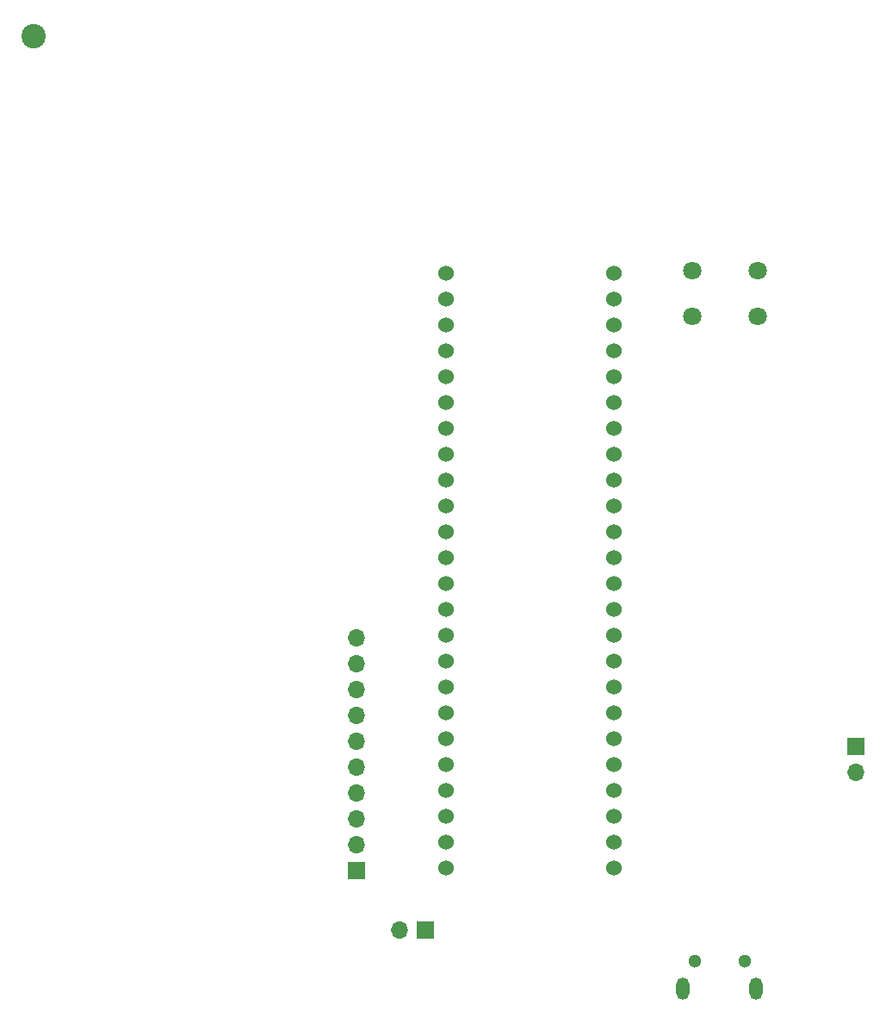
<source format=gbr>
%TF.GenerationSoftware,KiCad,Pcbnew,(7.0.0)*%
%TF.CreationDate,2023-03-21T11:28:41+02:00*%
%TF.ProjectId,EEE3088_design_project,45454533-3038-4385-9f64-657369676e5f,1.0*%
%TF.SameCoordinates,Original*%
%TF.FileFunction,Soldermask,Bot*%
%TF.FilePolarity,Negative*%
%FSLAX46Y46*%
G04 Gerber Fmt 4.6, Leading zero omitted, Abs format (unit mm)*
G04 Created by KiCad (PCBNEW (7.0.0)) date 2023-03-21 11:28:41*
%MOMM*%
%LPD*%
G01*
G04 APERTURE LIST*
%ADD10R,1.700000X1.700000*%
%ADD11O,1.700000X1.700000*%
%ADD12C,1.800000*%
%ADD13C,1.300000*%
%ADD14O,1.300000X2.200000*%
%ADD15C,2.400000*%
%ADD16C,1.524000*%
G04 APERTURE END LIST*
D10*
%TO.C,J3*%
X136651999Y-148335999D03*
D11*
X134111999Y-148335999D03*
%TD*%
D12*
%TO.C,S1*%
X162866064Y-83602064D03*
X169365936Y-83602064D03*
X162866064Y-88101936D03*
X169365936Y-88101936D03*
%TD*%
D10*
%TO.C,J1*%
X179012999Y-130296999D03*
D11*
X179012999Y-132836999D03*
%TD*%
D13*
%TO.C,USB1*%
X168032943Y-151424446D03*
D14*
X169207948Y-154094498D03*
X162008050Y-154094498D03*
D13*
X163183057Y-151424446D03*
%TD*%
D10*
%TO.C,J2*%
X129850999Y-142488999D03*
D11*
X129850999Y-139948999D03*
X129850999Y-137408999D03*
X129850999Y-134868999D03*
X129850999Y-132328999D03*
X129850999Y-129788999D03*
X129850999Y-127248999D03*
X129850999Y-124708999D03*
X129850999Y-122168999D03*
X129850999Y-119628999D03*
%TD*%
D15*
%TO.C,BT1*%
X98106837Y-60580000D03*
%TD*%
D16*
%TO.C,J7*%
X138684000Y-83820000D03*
X138684000Y-86360000D03*
X138684000Y-88900000D03*
X138684000Y-91440000D03*
X138684000Y-93980000D03*
X138684000Y-96520000D03*
X138684000Y-99060000D03*
X138684000Y-101600000D03*
X138684000Y-104140000D03*
X138684000Y-106680000D03*
X138684000Y-109220000D03*
X138684000Y-111760000D03*
X138684000Y-114300000D03*
X138684000Y-116840000D03*
X138684000Y-119380000D03*
X138684000Y-121920000D03*
X138684000Y-124460000D03*
X138684000Y-127000000D03*
X138684000Y-129540000D03*
X138684000Y-132080000D03*
X138684000Y-134620000D03*
X138684000Y-137160000D03*
X138684000Y-139700000D03*
X138684000Y-142240000D03*
X155194000Y-142240000D03*
X155194000Y-139700000D03*
X155194000Y-137160000D03*
X155194000Y-134620000D03*
X155194000Y-132080000D03*
X155194000Y-129540000D03*
X155194000Y-127000000D03*
X155194000Y-124460000D03*
X155194000Y-121920000D03*
X155194000Y-119380000D03*
X155194000Y-116840000D03*
X155194000Y-114300000D03*
X155194000Y-111760000D03*
X155194000Y-109220000D03*
X155194000Y-106680000D03*
X155194000Y-104140000D03*
X155194000Y-101600000D03*
X155194000Y-99060000D03*
X155194000Y-96520000D03*
X155194000Y-93980000D03*
X155194000Y-91440000D03*
X155194000Y-88900000D03*
X155194000Y-86360000D03*
X155194000Y-83820000D03*
%TD*%
M02*

</source>
